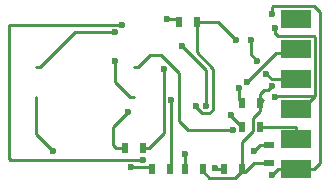
<source format=gbl>
G04 #@! TF.FileFunction,Copper,L2,Bot,Signal*
%FSLAX46Y46*%
G04 Gerber Fmt 4.6, Leading zero omitted, Abs format (unit mm)*
G04 Created by KiCad (PCBNEW 4.0.0-rc1-stable) date 12/2/2015 8:57:58 PM*
%MOMM*%
G01*
G04 APERTURE LIST*
%ADD10C,0.100000*%
%ADD11R,0.500000X0.900000*%
%ADD12R,0.900000X0.500000*%
%ADD13R,2.540000X1.524000*%
%ADD14C,0.600000*%
%ADD15C,0.250000*%
G04 APERTURE END LIST*
D10*
D11*
X147078000Y-116840000D03*
X148578000Y-116840000D03*
X140958000Y-120396000D03*
X139458000Y-120396000D03*
X138672000Y-118618000D03*
X137172000Y-118618000D03*
X143752000Y-120396000D03*
X142252000Y-120396000D03*
D12*
X149352000Y-119888000D03*
X149352000Y-118388000D03*
D11*
X143244000Y-107950000D03*
X141744000Y-107950000D03*
X148578000Y-114808000D03*
X147078000Y-114808000D03*
X145566000Y-120396000D03*
X147066000Y-120396000D03*
D13*
X151638000Y-107696000D03*
X151638000Y-110236000D03*
X151638000Y-112776000D03*
X151638000Y-115316000D03*
X151638000Y-117856000D03*
X151638000Y-120396000D03*
D14*
X149860000Y-114300000D03*
X149860000Y-108458000D03*
X136906000Y-108204000D03*
X138668231Y-119594946D03*
X137668000Y-120219956D03*
X136342498Y-111252000D03*
X144018000Y-115062000D03*
X142007775Y-109970051D03*
X137414000Y-115570000D03*
X149606000Y-113401010D03*
X143217997Y-115062000D03*
X146567002Y-109474000D03*
X144780000Y-120278990D03*
X146304000Y-117094000D03*
X142240000Y-119126000D03*
X148082000Y-118872000D03*
X140716000Y-107696000D03*
X149606000Y-107234009D03*
X149606000Y-120904000D03*
X131064000Y-118872000D03*
X136340313Y-108829010D03*
X147522974Y-113055513D03*
X149146192Y-112316192D03*
X148366897Y-111218589D03*
X147828000Y-109474000D03*
X141087010Y-114554000D03*
X140462000Y-111909482D03*
X146812000Y-113538000D03*
X146132009Y-115824000D03*
D15*
X152328999Y-114228999D02*
X149931001Y-114228999D01*
X149931001Y-114228999D02*
X149860000Y-114300000D01*
X153233001Y-114228999D02*
X152328999Y-114228999D01*
X149860000Y-108901000D02*
X149860000Y-108966000D01*
X150107999Y-109148999D02*
X149860000Y-108901000D01*
X149860000Y-108901000D02*
X149860000Y-108458000D01*
X127547054Y-119594946D02*
X127420054Y-119594946D01*
X127420054Y-119594946D02*
X127381000Y-119555892D01*
X127381000Y-119555892D02*
X127381000Y-108204000D01*
X127762000Y-108204000D02*
X136906000Y-108204000D01*
X127381000Y-108204000D02*
X127762000Y-108204000D01*
X138668231Y-119594946D02*
X127547054Y-119594946D01*
X127547054Y-119594946D02*
X127508000Y-119555892D01*
X151638000Y-115316000D02*
X152146000Y-115316000D01*
X152146000Y-115316000D02*
X153233001Y-114228999D01*
X153233001Y-114228999D02*
X153233001Y-109213999D01*
X153233001Y-109213999D02*
X153168001Y-109148999D01*
X153168001Y-109148999D02*
X150107999Y-109148999D01*
X137668000Y-120219956D02*
X139281956Y-120219956D01*
X139281956Y-120219956D02*
X139458000Y-120396000D01*
X136342498Y-111252000D02*
X136342498Y-113037998D01*
X136342498Y-113037998D02*
X137604500Y-114300000D01*
X137604500Y-114300000D02*
X137922000Y-114300000D01*
X142007775Y-109970051D02*
X144018000Y-111980276D01*
X144018000Y-111980276D02*
X144018000Y-115062000D01*
X136144000Y-118364000D02*
X136398000Y-118618000D01*
X136398000Y-118618000D02*
X137172000Y-118618000D01*
X136144000Y-116840000D02*
X136144000Y-118364000D01*
X137414000Y-115570000D02*
X136144000Y-116840000D01*
X149606000Y-113401010D02*
X149306001Y-113701009D01*
X149306001Y-113701009D02*
X148934991Y-113701009D01*
X148934991Y-113701009D02*
X148578000Y-114058000D01*
X149352000Y-119888000D02*
X148058000Y-119888000D01*
X148058000Y-119888000D02*
X147308000Y-120638000D01*
X148832000Y-114554000D02*
X148578000Y-114808000D01*
X143244000Y-110497998D02*
X143244000Y-107950000D01*
X143217997Y-115062000D02*
X143217997Y-115186999D01*
X143217997Y-115186999D02*
X143717999Y-115687001D01*
X144643001Y-115362001D02*
X144643001Y-111896999D01*
X143717999Y-115687001D02*
X144318001Y-115687001D01*
X144318001Y-115687001D02*
X144643001Y-115362001D01*
X144643001Y-111896999D02*
X143244000Y-110497998D01*
X143244000Y-107950000D02*
X145043002Y-107950000D01*
X145043002Y-107950000D02*
X146567002Y-109474000D01*
X147066000Y-120396000D02*
X147066000Y-118137002D01*
X147066000Y-118137002D02*
X148002999Y-117200003D01*
X148002999Y-117200003D02*
X148002999Y-116083001D01*
X148002999Y-116083001D02*
X148578000Y-115508000D01*
X148578000Y-115508000D02*
X148578000Y-114808000D01*
X148578000Y-114808000D02*
X148578000Y-114058000D01*
X143752000Y-120396000D02*
X143752000Y-120596000D01*
X143752000Y-120596000D02*
X144327001Y-121171001D01*
X144327001Y-121171001D02*
X146490999Y-121171001D01*
X146490999Y-121171001D02*
X147066000Y-120596000D01*
X147066000Y-120596000D02*
X147066000Y-120396000D01*
X147308000Y-120638000D02*
X147066000Y-120396000D01*
X145566000Y-120396000D02*
X144897010Y-120396000D01*
X144897010Y-120396000D02*
X144780000Y-120278990D01*
X141712011Y-116312011D02*
X142494000Y-117094000D01*
X142494000Y-117094000D02*
X145124998Y-117094000D01*
X140225520Y-110748000D02*
X141712011Y-112234491D01*
X141712011Y-112234491D02*
X141712011Y-116312011D01*
X137922000Y-111760000D02*
X138239500Y-111760000D01*
X138239500Y-111760000D02*
X139251500Y-110748000D01*
X139251500Y-110748000D02*
X140225520Y-110748000D01*
X145124998Y-117094000D02*
X146304000Y-117094000D01*
X142240000Y-119126000D02*
X142240000Y-120384000D01*
X142240000Y-120384000D02*
X142252000Y-120396000D01*
X149352000Y-118388000D02*
X148566000Y-118388000D01*
X148566000Y-118388000D02*
X148082000Y-118872000D01*
X140716000Y-107696000D02*
X141490000Y-107696000D01*
X141490000Y-107696000D02*
X141744000Y-107950000D01*
X151638000Y-120396000D02*
X153158000Y-120396000D01*
X153158000Y-120396000D02*
X153683010Y-119870990D01*
X153683010Y-119870990D02*
X153683010Y-107124008D01*
X153683010Y-107124008D02*
X153168001Y-106608999D01*
X153168001Y-106608999D02*
X149677001Y-106608999D01*
X149677001Y-106608999D02*
X149606000Y-106680000D01*
X149606000Y-106680000D02*
X149606000Y-107234009D01*
X151638000Y-120396000D02*
X150114000Y-120396000D01*
X150114000Y-120396000D02*
X149606000Y-120904000D01*
X129667000Y-114300000D02*
X129667000Y-117475000D01*
X129667000Y-117475000D02*
X131064000Y-118872000D01*
X129667000Y-111760000D02*
X129984500Y-111760000D01*
X129984500Y-111760000D02*
X132915490Y-108829010D01*
X132915490Y-108829010D02*
X136340313Y-108829010D01*
X147522974Y-113055513D02*
X149971486Y-110607001D01*
X149971486Y-110607001D02*
X151266999Y-110607001D01*
X151266999Y-110607001D02*
X151638000Y-110236000D01*
X149146192Y-112316192D02*
X149606000Y-112776000D01*
X149606000Y-112776000D02*
X151638000Y-112776000D01*
X147828000Y-109474000D02*
X147828000Y-110679692D01*
X147828000Y-110679692D02*
X148366897Y-111218589D01*
X148578000Y-116840000D02*
X151634000Y-116840000D01*
X151634000Y-116840000D02*
X151638000Y-116844000D01*
X151638000Y-116844000D02*
X151638000Y-117856000D01*
X141087010Y-114554000D02*
X141087010Y-120266990D01*
X141087010Y-120266990D02*
X140958000Y-120396000D01*
X140462000Y-111909482D02*
X140462000Y-117328000D01*
X139172000Y-118618000D02*
X138672000Y-118618000D01*
X140462000Y-117328000D02*
X139172000Y-118618000D01*
X138672000Y-118618000D02*
X138672000Y-118418000D01*
X146812000Y-113538000D02*
X146812000Y-114542000D01*
X146812000Y-114542000D02*
X147078000Y-114808000D01*
X146132009Y-115824000D02*
X146132009Y-115894009D01*
X146132009Y-115894009D02*
X147078000Y-116840000D01*
M02*

</source>
